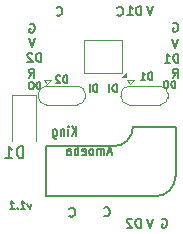
<source format=gbo>
G04 #@! TF.GenerationSoftware,KiCad,Pcbnew,5.1.5*
G04 #@! TF.CreationDate,2020-05-28T17:34:41+02:00*
G04 #@! TF.ProjectId,amoeba-king,616d6f65-6261-42d6-9b69-6e672e6b6963,rev?*
G04 #@! TF.SameCoordinates,Original*
G04 #@! TF.FileFunction,Legend,Bot*
G04 #@! TF.FilePolarity,Positive*
%FSLAX46Y46*%
G04 Gerber Fmt 4.6, Leading zero omitted, Abs format (unit mm)*
G04 Created by KiCad (PCBNEW 5.1.5) date 2020-05-28 17:34:41*
%MOMM*%
%LPD*%
G04 APERTURE LIST*
%ADD10C,0.158750*%
%ADD11C,0.127000*%
%ADD12C,0.152400*%
%ADD13C,0.150000*%
%ADD14C,0.100000*%
%ADD15C,0.120000*%
G04 APERTURE END LIST*
D10*
X69312376Y-176051028D02*
X69214102Y-176474361D01*
X69009995Y-176051028D01*
X68488388Y-176474361D02*
X68851245Y-176474361D01*
X68669816Y-176474361D02*
X68590441Y-175839361D01*
X68662257Y-175930076D01*
X68730292Y-175990552D01*
X68794548Y-176020790D01*
X68208685Y-176413885D02*
X68182227Y-176444123D01*
X68216245Y-176474361D01*
X68242703Y-176444123D01*
X68208685Y-176413885D01*
X68216245Y-176474361D01*
X67581245Y-176474361D02*
X67944102Y-176474361D01*
X67762673Y-176474361D02*
X67683298Y-175839361D01*
X67755114Y-175930076D01*
X67823149Y-175990552D01*
X67887405Y-176020790D01*
D11*
X72382742Y-165807571D02*
X72382742Y-165197971D01*
X72237600Y-165197971D01*
X72150514Y-165227000D01*
X72092457Y-165285057D01*
X72063428Y-165343114D01*
X72034400Y-165459228D01*
X72034400Y-165546314D01*
X72063428Y-165662428D01*
X72092457Y-165720485D01*
X72150514Y-165778542D01*
X72237600Y-165807571D01*
X72382742Y-165807571D01*
X71802171Y-165256028D02*
X71773142Y-165227000D01*
X71715085Y-165197971D01*
X71569942Y-165197971D01*
X71511885Y-165227000D01*
X71482857Y-165256028D01*
X71453828Y-165314085D01*
X71453828Y-165372142D01*
X71482857Y-165459228D01*
X71831200Y-165807571D01*
X71453828Y-165807571D01*
X74904600Y-166569571D02*
X74904600Y-165959971D01*
X74759457Y-165959971D01*
X74672371Y-165989000D01*
X74614314Y-166047057D01*
X74585285Y-166105114D01*
X74556257Y-166221228D01*
X74556257Y-166308314D01*
X74585285Y-166424428D01*
X74614314Y-166482485D01*
X74672371Y-166540542D01*
X74759457Y-166569571D01*
X74904600Y-166569571D01*
X74295000Y-166569571D02*
X74295000Y-165959971D01*
X79570942Y-165553571D02*
X79570942Y-164943971D01*
X79425800Y-164943971D01*
X79338714Y-164973000D01*
X79280657Y-165031057D01*
X79251628Y-165089114D01*
X79222600Y-165205228D01*
X79222600Y-165292314D01*
X79251628Y-165408428D01*
X79280657Y-165466485D01*
X79338714Y-165524542D01*
X79425800Y-165553571D01*
X79570942Y-165553571D01*
X78642028Y-165553571D02*
X78990371Y-165553571D01*
X78816200Y-165553571D02*
X78816200Y-164943971D01*
X78874257Y-165031057D01*
X78932314Y-165089114D01*
X78990371Y-165118142D01*
X70138471Y-166340971D02*
X70138471Y-165731371D01*
X69993328Y-165731371D01*
X69906242Y-165760400D01*
X69848185Y-165818457D01*
X69819157Y-165876514D01*
X69790128Y-165992628D01*
X69790128Y-166079714D01*
X69819157Y-166195828D01*
X69848185Y-166253885D01*
X69906242Y-166311942D01*
X69993328Y-166340971D01*
X70138471Y-166340971D01*
X69412757Y-165731371D02*
X69296642Y-165731371D01*
X69238585Y-165760400D01*
X69180528Y-165818457D01*
X69151500Y-165934571D01*
X69151500Y-166137771D01*
X69180528Y-166253885D01*
X69238585Y-166311942D01*
X69296642Y-166340971D01*
X69412757Y-166340971D01*
X69470814Y-166311942D01*
X69528871Y-166253885D01*
X69557900Y-166137771D01*
X69557900Y-165934571D01*
X69528871Y-165818457D01*
X69470814Y-165760400D01*
X69412757Y-165731371D01*
X81555771Y-166252071D02*
X81555771Y-165642471D01*
X81410628Y-165642471D01*
X81323542Y-165671500D01*
X81265485Y-165729557D01*
X81236457Y-165787614D01*
X81207428Y-165903728D01*
X81207428Y-165990814D01*
X81236457Y-166106928D01*
X81265485Y-166164985D01*
X81323542Y-166223042D01*
X81410628Y-166252071D01*
X81555771Y-166252071D01*
X80830057Y-165642471D02*
X80713942Y-165642471D01*
X80655885Y-165671500D01*
X80597828Y-165729557D01*
X80568800Y-165845671D01*
X80568800Y-166048871D01*
X80597828Y-166164985D01*
X80655885Y-166223042D01*
X80713942Y-166252071D01*
X80830057Y-166252071D01*
X80888114Y-166223042D01*
X80946171Y-166164985D01*
X80975200Y-166048871D01*
X80975200Y-165845671D01*
X80946171Y-165729557D01*
X80888114Y-165671500D01*
X80830057Y-165642471D01*
X76581000Y-166569571D02*
X76581000Y-165959971D01*
X76435857Y-165959971D01*
X76348771Y-165989000D01*
X76290714Y-166047057D01*
X76261685Y-166105114D01*
X76232657Y-166221228D01*
X76232657Y-166308314D01*
X76261685Y-166424428D01*
X76290714Y-166482485D01*
X76348771Y-166540542D01*
X76435857Y-166569571D01*
X76581000Y-166569571D01*
X75971400Y-166569571D02*
X75971400Y-165959971D01*
D12*
X78667428Y-160085314D02*
X78667428Y-159323314D01*
X78486000Y-159323314D01*
X78377142Y-159359600D01*
X78304571Y-159432171D01*
X78268285Y-159504742D01*
X78232000Y-159649885D01*
X78232000Y-159758742D01*
X78268285Y-159903885D01*
X78304571Y-159976457D01*
X78377142Y-160049028D01*
X78486000Y-160085314D01*
X78667428Y-160085314D01*
X77506285Y-160085314D02*
X77941714Y-160085314D01*
X77724000Y-160085314D02*
X77724000Y-159323314D01*
X77796571Y-159432171D01*
X77869142Y-159504742D01*
X77941714Y-159541028D01*
X79629000Y-159323314D02*
X79375000Y-160085314D01*
X79121000Y-159323314D01*
X69218628Y-160832800D02*
X69291200Y-160796514D01*
X69400057Y-160796514D01*
X69508914Y-160832800D01*
X69581485Y-160905371D01*
X69617771Y-160977942D01*
X69654057Y-161123085D01*
X69654057Y-161231942D01*
X69617771Y-161377085D01*
X69581485Y-161449657D01*
X69508914Y-161522228D01*
X69400057Y-161558514D01*
X69327485Y-161558514D01*
X69218628Y-161522228D01*
X69182342Y-161485942D01*
X69182342Y-161231942D01*
X69327485Y-161231942D01*
X70183828Y-164047714D02*
X70183828Y-163285714D01*
X70002400Y-163285714D01*
X69893542Y-163322000D01*
X69820971Y-163394571D01*
X69784685Y-163467142D01*
X69748400Y-163612285D01*
X69748400Y-163721142D01*
X69784685Y-163866285D01*
X69820971Y-163938857D01*
X69893542Y-164011428D01*
X70002400Y-164047714D01*
X70183828Y-164047714D01*
X69458114Y-163358285D02*
X69421828Y-163322000D01*
X69349257Y-163285714D01*
X69167828Y-163285714D01*
X69095257Y-163322000D01*
X69058971Y-163358285D01*
X69022685Y-163430857D01*
X69022685Y-163503428D01*
X69058971Y-163612285D01*
X69494400Y-164047714D01*
X69022685Y-164047714D01*
D13*
X76649942Y-160063542D02*
X76686228Y-160099828D01*
X76795085Y-160136114D01*
X76867657Y-160136114D01*
X76976514Y-160099828D01*
X77049085Y-160027257D01*
X77085371Y-159954685D01*
X77121657Y-159809542D01*
X77121657Y-159700685D01*
X77085371Y-159555542D01*
X77049085Y-159482971D01*
X76976514Y-159410400D01*
X76867657Y-159374114D01*
X76795085Y-159374114D01*
X76686228Y-159410400D01*
X76649942Y-159446685D01*
X75519642Y-177056142D02*
X75555928Y-177092428D01*
X75664785Y-177128714D01*
X75737357Y-177128714D01*
X75846214Y-177092428D01*
X75918785Y-177019857D01*
X75955071Y-176947285D01*
X75991357Y-176802142D01*
X75991357Y-176693285D01*
X75955071Y-176548142D01*
X75918785Y-176475571D01*
X75846214Y-176403000D01*
X75737357Y-176366714D01*
X75664785Y-176366714D01*
X75555928Y-176403000D01*
X75519642Y-176439285D01*
D12*
X80445428Y-177342800D02*
X80518000Y-177306514D01*
X80626857Y-177306514D01*
X80735714Y-177342800D01*
X80808285Y-177415371D01*
X80844571Y-177487942D01*
X80880857Y-177633085D01*
X80880857Y-177741942D01*
X80844571Y-177887085D01*
X80808285Y-177959657D01*
X80735714Y-178032228D01*
X80626857Y-178068514D01*
X80554285Y-178068514D01*
X80445428Y-178032228D01*
X80409142Y-177995942D01*
X80409142Y-177741942D01*
X80554285Y-177741942D01*
D13*
X72585942Y-177081542D02*
X72622228Y-177117828D01*
X72731085Y-177154114D01*
X72803657Y-177154114D01*
X72912514Y-177117828D01*
X72985085Y-177045257D01*
X73021371Y-176972685D01*
X73057657Y-176827542D01*
X73057657Y-176718685D01*
X73021371Y-176573542D01*
X72985085Y-176500971D01*
X72912514Y-176428400D01*
X72803657Y-176392114D01*
X72731085Y-176392114D01*
X72622228Y-176428400D01*
X72585942Y-176464685D01*
D12*
X79629000Y-177306514D02*
X79375000Y-178068514D01*
X79121000Y-177306514D01*
X78616628Y-178068514D02*
X78616628Y-177306514D01*
X78435200Y-177306514D01*
X78326342Y-177342800D01*
X78253771Y-177415371D01*
X78217485Y-177487942D01*
X78181200Y-177633085D01*
X78181200Y-177741942D01*
X78217485Y-177887085D01*
X78253771Y-177959657D01*
X78326342Y-178032228D01*
X78435200Y-178068514D01*
X78616628Y-178068514D01*
X77890914Y-177379085D02*
X77854628Y-177342800D01*
X77782057Y-177306514D01*
X77600628Y-177306514D01*
X77528057Y-177342800D01*
X77491771Y-177379085D01*
X77455485Y-177451657D01*
X77455485Y-177524228D01*
X77491771Y-177633085D01*
X77927200Y-178068514D01*
X77455485Y-178068514D01*
D13*
X71506442Y-160063542D02*
X71542728Y-160099828D01*
X71651585Y-160136114D01*
X71724157Y-160136114D01*
X71833014Y-160099828D01*
X71905585Y-160027257D01*
X71941871Y-159954685D01*
X71978157Y-159809542D01*
X71978157Y-159700685D01*
X71941871Y-159555542D01*
X71905585Y-159482971D01*
X71833014Y-159410400D01*
X71724157Y-159374114D01*
X71651585Y-159374114D01*
X71542728Y-159410400D01*
X71506442Y-159446685D01*
X69182342Y-165368514D02*
X69436342Y-165005657D01*
X69617771Y-165368514D02*
X69617771Y-164606514D01*
X69327485Y-164606514D01*
X69254914Y-164642800D01*
X69218628Y-164679085D01*
X69182342Y-164751657D01*
X69182342Y-164860514D01*
X69218628Y-164933085D01*
X69254914Y-164969371D01*
X69327485Y-165005657D01*
X69617771Y-165005657D01*
D12*
X69672200Y-162015714D02*
X69418200Y-162777714D01*
X69164200Y-162015714D01*
X81359828Y-160782000D02*
X81432400Y-160745714D01*
X81541257Y-160745714D01*
X81650114Y-160782000D01*
X81722685Y-160854571D01*
X81758971Y-160927142D01*
X81795257Y-161072285D01*
X81795257Y-161181142D01*
X81758971Y-161326285D01*
X81722685Y-161398857D01*
X81650114Y-161471428D01*
X81541257Y-161507714D01*
X81468685Y-161507714D01*
X81359828Y-161471428D01*
X81323542Y-161435142D01*
X81323542Y-161181142D01*
X81468685Y-161181142D01*
D13*
X81323542Y-165368514D02*
X81577542Y-165005657D01*
X81758971Y-165368514D02*
X81758971Y-164606514D01*
X81468685Y-164606514D01*
X81396114Y-164642800D01*
X81359828Y-164679085D01*
X81323542Y-164751657D01*
X81323542Y-164860514D01*
X81359828Y-164933085D01*
X81396114Y-164969371D01*
X81468685Y-165005657D01*
X81758971Y-165005657D01*
D12*
X81813400Y-162066514D02*
X81559400Y-162828514D01*
X81305400Y-162066514D01*
X81817028Y-164098514D02*
X81817028Y-163336514D01*
X81635600Y-163336514D01*
X81526742Y-163372800D01*
X81454171Y-163445371D01*
X81417885Y-163517942D01*
X81381600Y-163663085D01*
X81381600Y-163771942D01*
X81417885Y-163917085D01*
X81454171Y-163989657D01*
X81526742Y-164062228D01*
X81635600Y-164098514D01*
X81817028Y-164098514D01*
X80655885Y-164098514D02*
X81091314Y-164098514D01*
X80873600Y-164098514D02*
X80873600Y-163336514D01*
X80946171Y-163445371D01*
X81018742Y-163517942D01*
X81091314Y-163554228D01*
D13*
X76158900Y-171697633D02*
X75825566Y-171697633D01*
X76225566Y-171926204D02*
X75992233Y-171126204D01*
X75758900Y-171926204D01*
X75525566Y-171926204D02*
X75525566Y-171392871D01*
X75525566Y-171469061D02*
X75492233Y-171430966D01*
X75425566Y-171392871D01*
X75325566Y-171392871D01*
X75258900Y-171430966D01*
X75225566Y-171507157D01*
X75225566Y-171926204D01*
X75225566Y-171507157D02*
X75192233Y-171430966D01*
X75125566Y-171392871D01*
X75025566Y-171392871D01*
X74958900Y-171430966D01*
X74925566Y-171507157D01*
X74925566Y-171926204D01*
X74492233Y-171926204D02*
X74558900Y-171888109D01*
X74592233Y-171850014D01*
X74625566Y-171773823D01*
X74625566Y-171545252D01*
X74592233Y-171469061D01*
X74558900Y-171430966D01*
X74492233Y-171392871D01*
X74392233Y-171392871D01*
X74325566Y-171430966D01*
X74292233Y-171469061D01*
X74258900Y-171545252D01*
X74258900Y-171773823D01*
X74292233Y-171850014D01*
X74325566Y-171888109D01*
X74392233Y-171926204D01*
X74492233Y-171926204D01*
X73692233Y-171888109D02*
X73758900Y-171926204D01*
X73892233Y-171926204D01*
X73958900Y-171888109D01*
X73992233Y-171811919D01*
X73992233Y-171507157D01*
X73958900Y-171430966D01*
X73892233Y-171392871D01*
X73758900Y-171392871D01*
X73692233Y-171430966D01*
X73658900Y-171507157D01*
X73658900Y-171583347D01*
X73992233Y-171659538D01*
X73358900Y-171926204D02*
X73358900Y-171126204D01*
X73358900Y-171430966D02*
X73292233Y-171392871D01*
X73158900Y-171392871D01*
X73092233Y-171430966D01*
X73058900Y-171469061D01*
X73025566Y-171545252D01*
X73025566Y-171773823D01*
X73058900Y-171850014D01*
X73092233Y-171888109D01*
X73158900Y-171926204D01*
X73292233Y-171926204D01*
X73358900Y-171888109D01*
X72425566Y-171926204D02*
X72425566Y-171507157D01*
X72458900Y-171430966D01*
X72525566Y-171392871D01*
X72658900Y-171392871D01*
X72725566Y-171430966D01*
X72425566Y-171888109D02*
X72492233Y-171926204D01*
X72658900Y-171926204D01*
X72725566Y-171888109D01*
X72758900Y-171811919D01*
X72758900Y-171735728D01*
X72725566Y-171659538D01*
X72658900Y-171621442D01*
X72492233Y-171621442D01*
X72425566Y-171583347D01*
X73182833Y-170300604D02*
X73182833Y-169500604D01*
X72782833Y-170300604D02*
X73082833Y-169843461D01*
X72782833Y-169500604D02*
X73182833Y-169957747D01*
X72482833Y-170300604D02*
X72482833Y-169767271D01*
X72482833Y-169500604D02*
X72516166Y-169538700D01*
X72482833Y-169576795D01*
X72449500Y-169538700D01*
X72482833Y-169500604D01*
X72482833Y-169576795D01*
X72149500Y-169767271D02*
X72149500Y-170300604D01*
X72149500Y-169843461D02*
X72116166Y-169805366D01*
X72049500Y-169767271D01*
X71949500Y-169767271D01*
X71882833Y-169805366D01*
X71849500Y-169881557D01*
X71849500Y-170300604D01*
X71216166Y-169767271D02*
X71216166Y-170414890D01*
X71249500Y-170491080D01*
X71282833Y-170529176D01*
X71349500Y-170567271D01*
X71449500Y-170567271D01*
X71516166Y-170529176D01*
X71216166Y-170262509D02*
X71282833Y-170300604D01*
X71416166Y-170300604D01*
X71482833Y-170262509D01*
X71516166Y-170224414D01*
X71549500Y-170148223D01*
X71549500Y-169919652D01*
X71516166Y-169843461D01*
X71482833Y-169805366D01*
X71416166Y-169767271D01*
X71282833Y-169767271D01*
X71216166Y-169805366D01*
D14*
G36*
X77419200Y-165328600D02*
G01*
X77038200Y-165328600D01*
X77419200Y-164947600D01*
X77419200Y-165328600D01*
G37*
X77419200Y-165328600D02*
X77038200Y-165328600D01*
X77419200Y-164947600D01*
X77419200Y-165328600D01*
D15*
X69947540Y-166983080D02*
G75*
G03X70647540Y-167683080I700000J0D01*
G01*
X70647540Y-166083080D02*
G75*
G03X69947540Y-166783080I0J-700000D01*
G01*
X73949800Y-166778000D02*
G75*
G03X73249800Y-166078000I-700000J0D01*
G01*
X73249800Y-167678000D02*
G75*
G03X73949800Y-166978000I0J700000D01*
G01*
X70647400Y-167678000D02*
X73247400Y-167678000D01*
X73949800Y-167078000D02*
X73949800Y-166678000D01*
X73247400Y-166078000D02*
X70647400Y-166078000D01*
X69947540Y-166783080D02*
X69947540Y-166983080D01*
X70729620Y-165898980D02*
X70429620Y-165598980D01*
X70429620Y-165598980D02*
X71029620Y-165598980D01*
X70729620Y-165898980D02*
X71029620Y-165598980D01*
X76943340Y-166983080D02*
G75*
G03X77643340Y-167683080I700000J0D01*
G01*
X77643340Y-166083080D02*
G75*
G03X76943340Y-166783080I0J-700000D01*
G01*
X80945600Y-166778000D02*
G75*
G03X80245600Y-166078000I-700000J0D01*
G01*
X80245600Y-167678000D02*
G75*
G03X80945600Y-166978000I0J700000D01*
G01*
X77643200Y-167678000D02*
X80243200Y-167678000D01*
X80945600Y-167078000D02*
X80945600Y-166678000D01*
X80243200Y-166078000D02*
X77643200Y-166078000D01*
X76943340Y-166783080D02*
X76943340Y-166983080D01*
X77725420Y-165898980D02*
X77425420Y-165598980D01*
X77425420Y-165598980D02*
X78025420Y-165598980D01*
X77725420Y-165898980D02*
X78025420Y-165598980D01*
D13*
X76303000Y-171196000D02*
X70573000Y-171196000D01*
X77978000Y-169521000D02*
G75*
G02X76303000Y-171196000I-1675000J0D01*
G01*
X81573000Y-173736000D02*
G75*
G02X79898000Y-175411000I-1675000J0D01*
G01*
X79898000Y-175411000D02*
X70573000Y-175411000D01*
X70573000Y-175406000D02*
X70573000Y-171196000D01*
X81573000Y-173736000D02*
X81573000Y-169521000D01*
X81573000Y-169521000D02*
X77978000Y-169521000D01*
D15*
X67719700Y-166811400D02*
X67719700Y-170711400D01*
X69719700Y-166811400D02*
X69719700Y-170711400D01*
X67719700Y-166811400D02*
X69719700Y-166811400D01*
X77038000Y-162176000D02*
X73838000Y-162176000D01*
X73838000Y-162176000D02*
X73838000Y-164976000D01*
X73838000Y-164976000D02*
X77038000Y-164976000D01*
X77038000Y-164976000D02*
X77038000Y-162176000D01*
D13*
X68683095Y-172194480D02*
X68683095Y-171194480D01*
X68445000Y-171194480D01*
X68302142Y-171242100D01*
X68206904Y-171337338D01*
X68159285Y-171432576D01*
X68111666Y-171623052D01*
X68111666Y-171765909D01*
X68159285Y-171956385D01*
X68206904Y-172051623D01*
X68302142Y-172146861D01*
X68445000Y-172194480D01*
X68683095Y-172194480D01*
X67159285Y-172194480D02*
X67730714Y-172194480D01*
X67445000Y-172194480D02*
X67445000Y-171194480D01*
X67540238Y-171337338D01*
X67635476Y-171432576D01*
X67730714Y-171480195D01*
M02*

</source>
